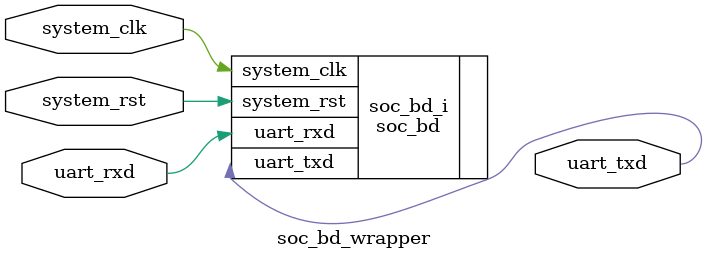
<source format=v>
`timescale 1 ps / 1 ps

module soc_bd_wrapper
   (system_clk,
    system_rst,
    uart_rxd,
    uart_txd);
  input system_clk;
  input system_rst;
  input uart_rxd;
  output uart_txd;

  wire system_clk;
  wire system_rst;
  wire uart_rxd;
  wire uart_txd;

  soc_bd soc_bd_i
       (.system_clk(system_clk),
        .system_rst(system_rst),
        .uart_rxd(uart_rxd),
        .uart_txd(uart_txd));
endmodule

</source>
